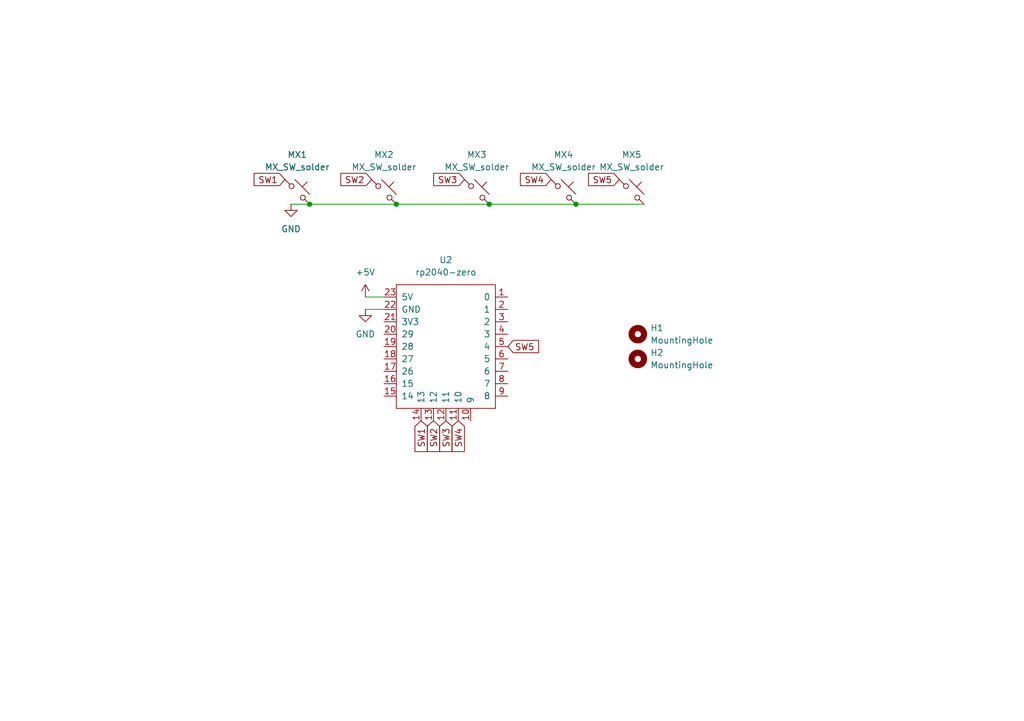
<source format=kicad_sch>
(kicad_sch (version 20231120) (generator "eeschema") (generator_version "8.0")
  (paper "A5")
  (lib_symbols
    (symbol "Mechanical:MountingHole" (pin_names (offset 1.016)) (exclude_from_sim yes) (in_bom no)
      (property "Reference" "H" (at 0 5.08 0))
      (property "Value" "MountingHole" (at 0 3.175 0))
      (symbol "MountingHole_0_1"
        (circle (center 0 0) (radius 1.27) (stroke (width 1.27)))
      )
    )
    (symbol "PCM_marbastlib-mx:MX_SW_solder" (pin_numbers hide) (pin_names (offset 1.016) hide)
      (property "Reference" "MX" (at 3.048 1.016 0))
      (property "Value" "MX_SW_solder" (at 0 -3.81 0))
      (symbol "MX_SW_solder_0_1"
        (circle (center -1.1684 1.1684) (radius 0.508))
        (polyline (pts (xy -0.508 2.54) (xy 2.54 -0.508)))
        (polyline (pts (xy 1.016 1.016) (xy 2.032 2.032)))
        (polyline (pts (xy -2.54 2.54) (xy -1.524 1.524) (xy -1.524 1.524)))
        (polyline (pts (xy 1.524 -1.524) (xy 2.54 -2.54) (xy 2.54 -2.54) (xy 2.54 -2.54)))
        (circle (center 1.143 -1.1938) (radius 0.508))
        (pin passive line (at -2.54 2.54 0) (length 0) (name "1") (number "1"))
        (pin passive line (at 2.54 -2.54 180) (length 0) (name "2") (number "2"))
      )
    )
    (symbol "mcu:rp2040-zero" (pin_names (offset 1.016))
      (property "Reference" "U" (at 0 15.24 0))
      (property "Value" "rp2040-zero" (at 0 12.7 0))
      (symbol "rp2040-zero_0_1"
        (rectangle (start -10.16 11.43) (end 10.16 -13.97))
      )
      (symbol "rp2040-zero_1_1"
        (pin bidirectional line (at 12.7 8.89 180) (length 2.54) (name "0") (number "1"))
        (pin bidirectional line (at 5.08 -16.51 90) (length 2.54) (name "9") (number "10"))
        (pin bidirectional line (at 2.54 -16.51 90) (length 2.54) (name "10") (number "11"))
        (pin bidirectional line (at 0 -16.51 90) (length 2.54) (name "11") (number "12"))
        (pin bidirectional line (at -2.54 -16.51 90) (length 2.54) (name "12") (number "13"))
        (pin bidirectional line (at -5.08 -16.51 90) (length 2.54) (name "13") (number "14"))
        (pin bidirectional line (at -12.7 -11.43 0) (length 2.54) (name "14") (number "15"))
        (pin bidirectional line (at -12.7 -8.89 0) (length 2.54) (name "15") (number "16"))
        (pin bidirectional line (at -12.7 -6.35 0) (length 2.54) (name "26") (number "17"))
        (pin bidirectional line (at -12.7 -3.81 0) (length 2.54) (name "27") (number "18"))
        (pin bidirectional line (at -12.7 -1.27 0) (length 2.54) (name "28") (number "19"))
        (pin bidirectional line (at 12.7 6.35 180) (length 2.54) (name "1") (number "2"))
        (pin bidirectional line (at -12.7 1.27 0) (length 2.54) (name "29") (number "20"))
        (pin power_out line (at -12.7 3.81 0) (length 2.54) (name "3V3") (number "21"))
        (pin power_out line (at -12.7 6.35 0) (length 2.54) (name "GND") (number "22"))
        (pin power_out line (at -12.7 8.89 0) (length 2.54) (name "5V") (number "23"))
        (pin bidirectional line (at 12.7 3.81 180) (length 2.54) (name "2") (number "3"))
        (pin bidirectional line (at 12.7 1.27 180) (length 2.54) (name "3") (number "4"))
        (pin bidirectional line (at 12.7 -1.27 180) (length 2.54) (name "4") (number "5"))
        (pin bidirectional line (at 12.7 -3.81 180) (length 2.54) (name "5") (number "6"))
        (pin bidirectional line (at 12.7 -6.35 180) (length 2.54) (name "6") (number "7"))
        (pin bidirectional line (at 12.7 -8.89 180) (length 2.54) (name "7") (number "8"))
        (pin bidirectional line (at 12.7 -11.43 180) (length 2.54) (name "8") (number "9"))
      )
    )
    (symbol "power:+5V" (power) (pin_numbers hide) (pin_names (offset 0) hide)
      (property "Value" "+5V" (at 0 3.556 0))
      (symbol "+5V_0_1"
        (polyline (pts (xy -0.762 1.27) (xy 0 2.54)))
        (polyline (pts (xy 0 0) (xy 0 2.54)))
        (polyline (pts (xy 0 2.54) (xy 0.762 1.27)))
      )
      (symbol "+5V_1_1"
        (pin power_in line (at 0 0 90) (length 0) (name "~") (number "1"))
      )
    )
    (symbol "power:GND" (power) (pin_numbers hide) (pin_names (offset 0) hide)
      (property "Value" "GND" (at 0 -3.81 0))
      (symbol "GND_0_1"
        (polyline (pts (xy 0 0) (xy 0 -1.27) (xy 1.27 -1.27) (xy 0 -2.54) (xy -1.27 -1.27) (xy 0 -1.27)))
      )
      (symbol "GND_1_1"
        (pin power_in line (at 0 0 270) (length 0) (name "~") (number "1"))
      )
    )
  )
  (junction (at 118.11 41.91))
  (junction (at 81.28 41.91))
  (junction (at 63.5 41.91))
  (junction (at 100.33 41.91))
  (wire (pts (xy 81.28 41.91) (xy 100.33 41.91)))
  (wire (pts (xy 63.5 41.91) (xy 81.28 41.91)))
  (wire (pts (xy 74.93 63.5) (xy 78.74 63.5)))
  (wire (pts (xy 74.93 60.96) (xy 78.74 60.96)))
  (wire (pts (xy 118.11 41.91) (xy 132.08 41.91)))
  (wire (pts (xy 59.69 41.91) (xy 63.5 41.91)))
  (wire (pts (xy 100.33 41.91) (xy 118.11 41.91)))
  (global_label "SW1" (shape input) (at 58.42 36.83 180) (property "Intersheetrefs" "${INTERSHEET_REFS}" (effects (hide yes))))
  (global_label "SW2" (shape input) (at 76.2 36.83 180) (property "Intersheetrefs" "${INTERSHEET_REFS}" (effects (hide yes))))
  (global_label "SW2" (shape input) (at 88.9 86.36 270) (property "Intersheetrefs" "${INTERSHEET_REFS}" (effects (hide yes))))
  (global_label "SW3" (shape input) (at 91.44 86.36 270) (property "Intersheetrefs" "${INTERSHEET_REFS}" (effects (hide yes))))
  (global_label "SW4" (shape input) (at 113.03 36.83 180) (property "Intersheetrefs" "${INTERSHEET_REFS}" (effects (hide yes))))
  (global_label "SW3" (shape input) (at 95.25 36.83 180) (property "Intersheetrefs" "${INTERSHEET_REFS}" (effects (hide yes))))
  (global_label "SW5" (shape input) (at 104.14 71.12 0) (property "Intersheetrefs" "${INTERSHEET_REFS}" (effects (hide yes))))
  (global_label "SW1" (shape input) (at 86.36 86.36 270) (property "Intersheetrefs" "${INTERSHEET_REFS}" (effects (hide yes))))
  (global_label "SW4" (shape input) (at 93.98 86.36 270) (property "Intersheetrefs" "${INTERSHEET_REFS}" (effects (hide yes))))
  (global_label "SW5" (shape input) (at 127 36.83 180) (property "Intersheetrefs" "${INTERSHEET_REFS}" (effects (hide yes))))
  (symbol (lib_id "PCM_marbastlib-mx:MX_SW_solder") (at 97.79 39.37 0) (unit 1)
    (property "Reference" "MX3" (at 97.79 31.75 0))
    (property "Value" "MX_SW_solder" (at 97.79 34.29 0))
    (property "Footprint" "PCM_marbastlib-mx:SW_MX_1u" (effects (hide yes)))
    (property "Description" "Push button switch, normally open, two pins, 45° tilted" (effects (hide yes)))
  )
  (symbol (lib_id "PCM_marbastlib-mx:MX_SW_solder") (at 129.54 39.37 0) (unit 1)
    (property "Reference" "MX5" (at 129.54 31.75 0))
    (property "Value" "MX_SW_solder" (at 129.54 34.29 0))
    (property "Footprint" "PCM_marbastlib-mx:SW_MX_1u" (effects (hide yes)))
    (property "Description" "Push button switch, normally open, two pins, 45° tilted" (effects (hide yes)))
  )
  (symbol (lib_id "PCM_marbastlib-mx:MX_SW_solder") (at 115.57 39.37 0) (unit 1)
    (property "Reference" "MX4" (at 115.57 31.75 0))
    (property "Value" "MX_SW_solder" (at 115.57 34.29 0))
    (property "Footprint" "PCM_marbastlib-mx:SW_MX_1u" (effects (hide yes)))
    (property "Description" "Push button switch, normally open, two pins, 45° tilted" (effects (hide yes)))
  )
  (symbol (lib_id "power:GND") (at 74.93 63.5 0) (unit 1)
    (property "Reference" "#PWR015" (effects (hide yes)))
    (property "Value" "GND" (at 74.93 68.58 0))
    (property "Description" "Power symbol creates a global label with name \"GND\" , ground" (effects (hide yes)))
  )
  (symbol (lib_id "Mechanical:MountingHole") (at 130.81 68.58 0) (unit 1) (exclude_from_sim yes) (in_bom no)
    (property "Reference" "H1" (at 133.35 67.3099 0) (effects (justify left)))
    (property "Value" "MountingHole" (at 133.35 69.8499 0) (effects (justify left)))
    (property "Footprint" "MountingHole:MountingHole_2.2mm_M2" (effects (hide yes)))
    (property "Description" "Mounting Hole without connection" (effects (hide yes)))
  )
  (symbol (lib_id "power:+5V") (at 74.93 60.96 0) (unit 1)
    (property "Reference" "#PWR016" (effects (hide yes)))
    (property "Value" "+5V" (at 74.93 55.88 0))
    (property "Description" "Power symbol creates a global label with name \"+5V\"" (effects (hide yes)))
  )
  (symbol (lib_id "PCM_marbastlib-mx:MX_SW_solder") (at 78.74 39.37 0) (unit 1)
    (property "Reference" "MX2" (at 78.74 31.75 0))
    (property "Value" "MX_SW_solder" (at 78.74 34.29 0))
    (property "Footprint" "PCM_marbastlib-mx:SW_MX_1u" (effects (hide yes)))
    (property "Description" "Push button switch, normally open, two pins, 45° tilted" (effects (hide yes)))
  )
  (symbol (lib_id "PCM_marbastlib-mx:MX_SW_solder") (at 60.96 39.37 0) (unit 1)
    (property "Reference" "MX1" (at 60.96 31.75 0))
    (property "Value" "MX_SW_solder" (at 60.96 34.29 0))
    (property "Footprint" "PCM_marbastlib-mx:SW_MX_1u" (effects (hide yes)))
    (property "Description" "Push button switch, normally open, two pins, 45° tilted" (effects (hide yes)))
  )
  (symbol (lib_id "power:GND") (at 59.69 41.91 0) (unit 1)
    (property "Reference" "#PWR02" (effects (hide yes)))
    (property "Value" "GND" (at 59.69 46.99 0))
    (property "Description" "Power symbol creates a global label with name \"GND\" , ground" (effects (hide yes)))
  )
  (symbol (lib_id "mcu:rp2040-zero") (at 91.44 69.85 0) (unit 1)
    (property "Reference" "U2" (at 91.44 53.34 0))
    (property "Value" "rp2040-zero" (at 91.44 55.88 0))
    (property "Footprint" "mcu:rp2040-zero-tht" (effects (hide yes)))
  )
  (symbol (lib_id "Mechanical:MountingHole") (at 130.81 73.66 0) (unit 1) (exclude_from_sim yes) (in_bom no)
    (property "Reference" "H2" (at 133.35 72.3899 0) (effects (justify left)))
    (property "Value" "MountingHole" (at 133.35 74.9299 0) (effects (justify left)))
    (property "Footprint" "MountingHole:MountingHole_2.2mm_M2" (effects (hide yes)))
    (property "Description" "Mounting Hole without connection" (effects (hide yes)))
  )
)
</source>
